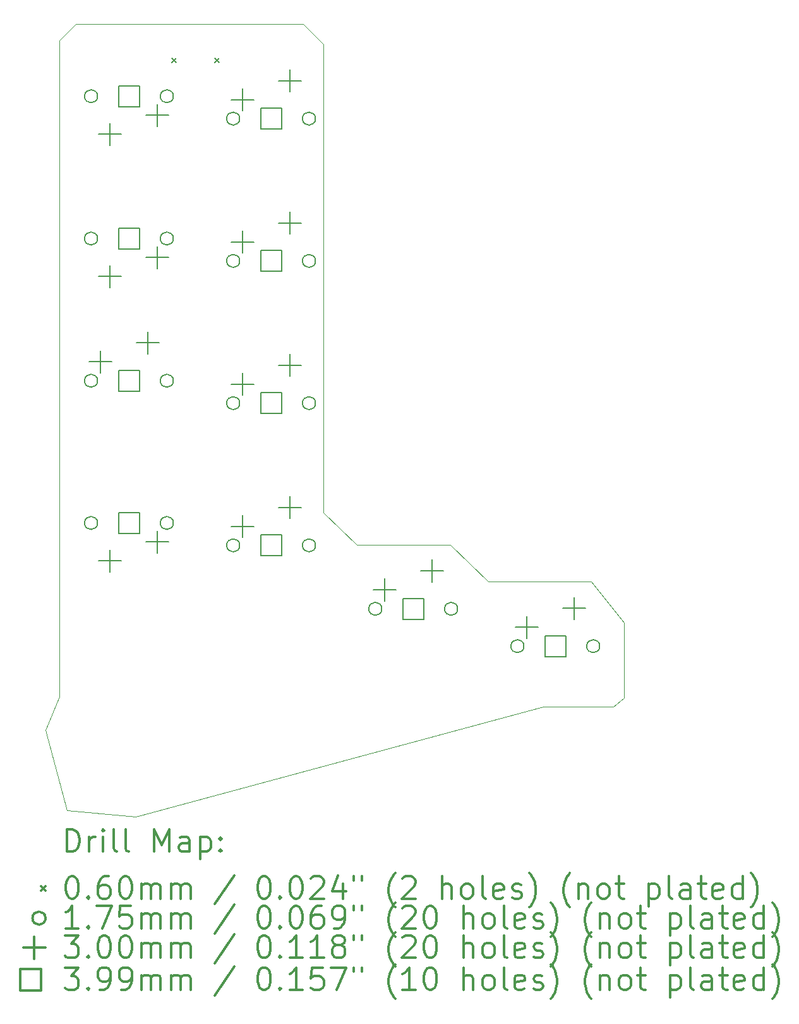
<source format=gbr>
%FSLAX45Y45*%
G04 Gerber Fmt 4.5, Leading zero omitted, Abs format (unit mm)*
G04 Created by KiCad (PCBNEW (5.1.4)-1) date 2023-02-10 21:18:45*
%MOMM*%
%LPD*%
G04 APERTURE LIST*
%ADD10C,0.050000*%
%ADD11C,0.200000*%
%ADD12C,0.300000*%
G04 APERTURE END LIST*
D10*
X19390000Y-43840000D02*
X19381203Y-43831032D01*
X20640000Y-43840000D02*
X19390000Y-43840000D01*
X20641203Y-43841032D02*
X20640000Y-43840000D01*
X21891203Y-46011032D02*
X16430391Y-47480918D01*
X22971202Y-44881032D02*
X22971202Y-45891032D01*
X21151203Y-44331032D02*
X22531202Y-44331032D01*
X20641203Y-43841032D02*
X21151203Y-44331032D01*
X18671203Y-36866032D02*
X15621203Y-36866032D01*
X22971202Y-44881032D02*
X22531202Y-44331032D01*
X18941203Y-39261032D02*
X18941203Y-43411032D01*
X21911203Y-46011032D02*
X22831202Y-46011032D01*
X19381203Y-43831032D02*
X18941203Y-43411032D01*
X21911203Y-46011032D02*
X21891203Y-46011032D01*
X22971202Y-45891032D02*
X22831202Y-46011032D01*
X15402190Y-37080639D02*
X15621203Y-36866032D01*
X15402324Y-39381494D02*
X15399750Y-43338677D01*
X15508251Y-47394663D02*
X16430391Y-47480918D01*
X15400249Y-45873435D02*
X15220438Y-46318483D01*
X15401485Y-45141609D02*
X15400903Y-45039647D01*
X15399750Y-43338677D02*
X15400903Y-45039647D01*
X15400249Y-45873435D02*
X15401485Y-45141609D01*
X18671203Y-36866032D02*
X18941203Y-37136032D01*
X15402324Y-37476494D02*
X15402324Y-37256494D01*
X18941203Y-39261032D02*
X18941203Y-37356032D01*
X15402324Y-37476494D02*
X15402324Y-39381494D01*
X18941203Y-37356032D02*
X18941203Y-37136032D01*
X15402324Y-37256494D02*
X15402190Y-37080639D01*
X15508251Y-47394663D02*
X15220438Y-46318483D01*
D11*
X16908500Y-37320000D02*
X16968500Y-37380000D01*
X16968500Y-37320000D02*
X16908500Y-37380000D01*
X17486500Y-37320000D02*
X17546500Y-37380000D01*
X17546500Y-37320000D02*
X17486500Y-37380000D01*
X15915702Y-43546032D02*
G75*
G03X15915702Y-43546032I-87500J0D01*
G01*
X16931703Y-43546032D02*
G75*
G03X16931703Y-43546032I-87500J0D01*
G01*
X17820703Y-38130000D02*
G75*
G03X17820703Y-38130000I-87500J0D01*
G01*
X18836703Y-38130000D02*
G75*
G03X18836703Y-38130000I-87500J0D01*
G01*
X21630703Y-45196032D02*
G75*
G03X21630703Y-45196032I-87500J0D01*
G01*
X22646702Y-45196032D02*
G75*
G03X22646702Y-45196032I-87500J0D01*
G01*
X19725703Y-44696032D02*
G75*
G03X19725703Y-44696032I-87500J0D01*
G01*
X20741703Y-44696032D02*
G75*
G03X20741703Y-44696032I-87500J0D01*
G01*
X17820703Y-43846032D02*
G75*
G03X17820703Y-43846032I-87500J0D01*
G01*
X18836703Y-43846032D02*
G75*
G03X18836703Y-43846032I-87500J0D01*
G01*
X17820703Y-41941032D02*
G75*
G03X17820703Y-41941032I-87500J0D01*
G01*
X18836703Y-41941032D02*
G75*
G03X18836703Y-41941032I-87500J0D01*
G01*
X15915703Y-37830000D02*
G75*
G03X15915703Y-37830000I-87500J0D01*
G01*
X16931703Y-37830000D02*
G75*
G03X16931703Y-37830000I-87500J0D01*
G01*
X15915703Y-39736032D02*
G75*
G03X15915703Y-39736032I-87500J0D01*
G01*
X16931703Y-39736032D02*
G75*
G03X16931703Y-39736032I-87500J0D01*
G01*
X15915702Y-41641032D02*
G75*
G03X15915702Y-41641032I-87500J0D01*
G01*
X16931703Y-41641032D02*
G75*
G03X16931703Y-41641032I-87500J0D01*
G01*
X17820703Y-40036032D02*
G75*
G03X17820703Y-40036032I-87500J0D01*
G01*
X18836703Y-40036032D02*
G75*
G03X18836703Y-40036032I-87500J0D01*
G01*
X17860203Y-37726000D02*
X17860203Y-38026000D01*
X17710203Y-37876000D02*
X18010203Y-37876000D01*
X18495203Y-37472000D02*
X18495203Y-37772000D01*
X18345203Y-37622000D02*
X18645203Y-37622000D01*
X21670203Y-44792032D02*
X21670203Y-45092032D01*
X21520203Y-44942032D02*
X21820203Y-44942032D01*
X22305203Y-44538032D02*
X22305203Y-44838032D01*
X22155203Y-44688032D02*
X22455202Y-44688032D01*
X19765203Y-44292032D02*
X19765203Y-44592032D01*
X19615203Y-44442032D02*
X19915203Y-44442032D01*
X20400203Y-44038032D02*
X20400203Y-44338032D01*
X20250203Y-44188032D02*
X20550203Y-44188032D01*
X17860203Y-43442032D02*
X17860203Y-43742032D01*
X17710203Y-43592032D02*
X18010203Y-43592032D01*
X18495203Y-43188032D02*
X18495203Y-43488032D01*
X18345203Y-43338032D02*
X18645203Y-43338032D01*
X17860203Y-41537032D02*
X17860203Y-41837032D01*
X17710203Y-41687032D02*
X18010203Y-41687032D01*
X18495203Y-41283032D02*
X18495203Y-41583032D01*
X18345203Y-41433032D02*
X18645203Y-41433032D01*
X16082203Y-38188000D02*
X16082203Y-38488000D01*
X15932203Y-38338000D02*
X16232203Y-38338000D01*
X16717203Y-37934000D02*
X16717203Y-38234000D01*
X16567203Y-38084000D02*
X16867203Y-38084000D01*
X16082203Y-40094032D02*
X16082203Y-40394032D01*
X15932203Y-40244032D02*
X16232203Y-40244032D01*
X16717203Y-39840032D02*
X16717203Y-40140032D01*
X16567203Y-39990032D02*
X16867203Y-39990032D01*
X15955202Y-41237032D02*
X15955202Y-41537032D01*
X15805202Y-41387032D02*
X16105202Y-41387032D01*
X16590202Y-40983032D02*
X16590202Y-41283032D01*
X16440202Y-41133032D02*
X16740202Y-41133032D01*
X17860203Y-39632032D02*
X17860203Y-39932032D01*
X17710203Y-39782032D02*
X18010203Y-39782032D01*
X18495203Y-39378032D02*
X18495203Y-39678032D01*
X18345203Y-39528032D02*
X18645203Y-39528032D01*
X16082202Y-43904032D02*
X16082202Y-44204032D01*
X15932202Y-44054032D02*
X16232202Y-44054032D01*
X16717202Y-43650032D02*
X16717202Y-43950032D01*
X16567202Y-43800032D02*
X16867203Y-43800032D01*
X16477194Y-43687024D02*
X16477194Y-43405041D01*
X16195211Y-43405041D01*
X16195211Y-43687024D01*
X16477194Y-43687024D01*
X18382194Y-38270991D02*
X18382194Y-37989009D01*
X18100211Y-37989009D01*
X18100211Y-38270991D01*
X18382194Y-38270991D01*
X22192194Y-45337024D02*
X22192194Y-45055041D01*
X21910211Y-45055041D01*
X21910211Y-45337024D01*
X22192194Y-45337024D01*
X20287194Y-44837024D02*
X20287194Y-44555041D01*
X20005211Y-44555041D01*
X20005211Y-44837024D01*
X20287194Y-44837024D01*
X18382194Y-43987024D02*
X18382194Y-43705041D01*
X18100211Y-43705041D01*
X18100211Y-43987024D01*
X18382194Y-43987024D01*
X18382194Y-42082024D02*
X18382194Y-41800041D01*
X18100211Y-41800041D01*
X18100211Y-42082024D01*
X18382194Y-42082024D01*
X16477194Y-37970991D02*
X16477194Y-37689009D01*
X16195211Y-37689009D01*
X16195211Y-37970991D01*
X16477194Y-37970991D01*
X16477194Y-39877024D02*
X16477194Y-39595041D01*
X16195211Y-39595041D01*
X16195211Y-39877024D01*
X16477194Y-39877024D01*
X16477194Y-41782024D02*
X16477194Y-41500041D01*
X16195211Y-41500041D01*
X16195211Y-41782024D01*
X16477194Y-41782024D01*
X18382194Y-40177024D02*
X18382194Y-39895041D01*
X18100211Y-39895041D01*
X18100211Y-40177024D01*
X18382194Y-40177024D01*
D12*
X15504366Y-47949133D02*
X15504366Y-47649133D01*
X15575795Y-47649133D01*
X15618652Y-47663419D01*
X15647223Y-47691990D01*
X15661509Y-47720561D01*
X15675795Y-47777704D01*
X15675795Y-47820561D01*
X15661509Y-47877704D01*
X15647223Y-47906276D01*
X15618652Y-47934847D01*
X15575795Y-47949133D01*
X15504366Y-47949133D01*
X15804366Y-47949133D02*
X15804366Y-47749133D01*
X15804366Y-47806276D02*
X15818652Y-47777704D01*
X15832938Y-47763419D01*
X15861509Y-47749133D01*
X15890080Y-47749133D01*
X15990080Y-47949133D02*
X15990080Y-47749133D01*
X15990080Y-47649133D02*
X15975795Y-47663419D01*
X15990080Y-47677704D01*
X16004366Y-47663419D01*
X15990080Y-47649133D01*
X15990080Y-47677704D01*
X16175795Y-47949133D02*
X16147223Y-47934847D01*
X16132938Y-47906276D01*
X16132938Y-47649133D01*
X16332938Y-47949133D02*
X16304366Y-47934847D01*
X16290080Y-47906276D01*
X16290080Y-47649133D01*
X16675795Y-47949133D02*
X16675795Y-47649133D01*
X16775795Y-47863419D01*
X16875795Y-47649133D01*
X16875795Y-47949133D01*
X17147223Y-47949133D02*
X17147223Y-47791990D01*
X17132938Y-47763419D01*
X17104366Y-47749133D01*
X17047223Y-47749133D01*
X17018652Y-47763419D01*
X17147223Y-47934847D02*
X17118652Y-47949133D01*
X17047223Y-47949133D01*
X17018652Y-47934847D01*
X17004366Y-47906276D01*
X17004366Y-47877704D01*
X17018652Y-47849133D01*
X17047223Y-47834847D01*
X17118652Y-47834847D01*
X17147223Y-47820561D01*
X17290081Y-47749133D02*
X17290081Y-48049133D01*
X17290081Y-47763419D02*
X17318652Y-47749133D01*
X17375795Y-47749133D01*
X17404366Y-47763419D01*
X17418652Y-47777704D01*
X17432938Y-47806276D01*
X17432938Y-47891990D01*
X17418652Y-47920561D01*
X17404366Y-47934847D01*
X17375795Y-47949133D01*
X17318652Y-47949133D01*
X17290081Y-47934847D01*
X17561509Y-47920561D02*
X17575795Y-47934847D01*
X17561509Y-47949133D01*
X17547223Y-47934847D01*
X17561509Y-47920561D01*
X17561509Y-47949133D01*
X17561509Y-47763419D02*
X17575795Y-47777704D01*
X17561509Y-47791990D01*
X17547223Y-47777704D01*
X17561509Y-47763419D01*
X17561509Y-47791990D01*
X15157938Y-48413419D02*
X15217938Y-48473419D01*
X15217938Y-48413419D02*
X15157938Y-48473419D01*
X15561509Y-48279133D02*
X15590080Y-48279133D01*
X15618652Y-48293419D01*
X15632938Y-48307704D01*
X15647223Y-48336276D01*
X15661509Y-48393419D01*
X15661509Y-48464847D01*
X15647223Y-48521990D01*
X15632938Y-48550561D01*
X15618652Y-48564847D01*
X15590080Y-48579133D01*
X15561509Y-48579133D01*
X15532938Y-48564847D01*
X15518652Y-48550561D01*
X15504366Y-48521990D01*
X15490080Y-48464847D01*
X15490080Y-48393419D01*
X15504366Y-48336276D01*
X15518652Y-48307704D01*
X15532938Y-48293419D01*
X15561509Y-48279133D01*
X15790080Y-48550561D02*
X15804366Y-48564847D01*
X15790080Y-48579133D01*
X15775795Y-48564847D01*
X15790080Y-48550561D01*
X15790080Y-48579133D01*
X16061509Y-48279133D02*
X16004366Y-48279133D01*
X15975795Y-48293419D01*
X15961509Y-48307704D01*
X15932938Y-48350561D01*
X15918652Y-48407704D01*
X15918652Y-48521990D01*
X15932938Y-48550561D01*
X15947223Y-48564847D01*
X15975795Y-48579133D01*
X16032938Y-48579133D01*
X16061509Y-48564847D01*
X16075795Y-48550561D01*
X16090080Y-48521990D01*
X16090080Y-48450561D01*
X16075795Y-48421990D01*
X16061509Y-48407704D01*
X16032938Y-48393419D01*
X15975795Y-48393419D01*
X15947223Y-48407704D01*
X15932938Y-48421990D01*
X15918652Y-48450561D01*
X16275795Y-48279133D02*
X16304366Y-48279133D01*
X16332938Y-48293419D01*
X16347223Y-48307704D01*
X16361509Y-48336276D01*
X16375795Y-48393419D01*
X16375795Y-48464847D01*
X16361509Y-48521990D01*
X16347223Y-48550561D01*
X16332938Y-48564847D01*
X16304366Y-48579133D01*
X16275795Y-48579133D01*
X16247223Y-48564847D01*
X16232938Y-48550561D01*
X16218652Y-48521990D01*
X16204366Y-48464847D01*
X16204366Y-48393419D01*
X16218652Y-48336276D01*
X16232938Y-48307704D01*
X16247223Y-48293419D01*
X16275795Y-48279133D01*
X16504366Y-48579133D02*
X16504366Y-48379133D01*
X16504366Y-48407704D02*
X16518652Y-48393419D01*
X16547223Y-48379133D01*
X16590080Y-48379133D01*
X16618652Y-48393419D01*
X16632938Y-48421990D01*
X16632938Y-48579133D01*
X16632938Y-48421990D02*
X16647223Y-48393419D01*
X16675795Y-48379133D01*
X16718652Y-48379133D01*
X16747223Y-48393419D01*
X16761509Y-48421990D01*
X16761509Y-48579133D01*
X16904366Y-48579133D02*
X16904366Y-48379133D01*
X16904366Y-48407704D02*
X16918652Y-48393419D01*
X16947223Y-48379133D01*
X16990081Y-48379133D01*
X17018652Y-48393419D01*
X17032938Y-48421990D01*
X17032938Y-48579133D01*
X17032938Y-48421990D02*
X17047223Y-48393419D01*
X17075795Y-48379133D01*
X17118652Y-48379133D01*
X17147223Y-48393419D01*
X17161509Y-48421990D01*
X17161509Y-48579133D01*
X17747223Y-48264847D02*
X17490081Y-48650561D01*
X18132938Y-48279133D02*
X18161509Y-48279133D01*
X18190081Y-48293419D01*
X18204366Y-48307704D01*
X18218652Y-48336276D01*
X18232938Y-48393419D01*
X18232938Y-48464847D01*
X18218652Y-48521990D01*
X18204366Y-48550561D01*
X18190081Y-48564847D01*
X18161509Y-48579133D01*
X18132938Y-48579133D01*
X18104366Y-48564847D01*
X18090081Y-48550561D01*
X18075795Y-48521990D01*
X18061509Y-48464847D01*
X18061509Y-48393419D01*
X18075795Y-48336276D01*
X18090081Y-48307704D01*
X18104366Y-48293419D01*
X18132938Y-48279133D01*
X18361509Y-48550561D02*
X18375795Y-48564847D01*
X18361509Y-48579133D01*
X18347223Y-48564847D01*
X18361509Y-48550561D01*
X18361509Y-48579133D01*
X18561509Y-48279133D02*
X18590081Y-48279133D01*
X18618652Y-48293419D01*
X18632938Y-48307704D01*
X18647223Y-48336276D01*
X18661509Y-48393419D01*
X18661509Y-48464847D01*
X18647223Y-48521990D01*
X18632938Y-48550561D01*
X18618652Y-48564847D01*
X18590081Y-48579133D01*
X18561509Y-48579133D01*
X18532938Y-48564847D01*
X18518652Y-48550561D01*
X18504366Y-48521990D01*
X18490081Y-48464847D01*
X18490081Y-48393419D01*
X18504366Y-48336276D01*
X18518652Y-48307704D01*
X18532938Y-48293419D01*
X18561509Y-48279133D01*
X18775795Y-48307704D02*
X18790081Y-48293419D01*
X18818652Y-48279133D01*
X18890081Y-48279133D01*
X18918652Y-48293419D01*
X18932938Y-48307704D01*
X18947223Y-48336276D01*
X18947223Y-48364847D01*
X18932938Y-48407704D01*
X18761509Y-48579133D01*
X18947223Y-48579133D01*
X19204366Y-48379133D02*
X19204366Y-48579133D01*
X19132938Y-48264847D02*
X19061509Y-48479133D01*
X19247223Y-48479133D01*
X19347223Y-48279133D02*
X19347223Y-48336276D01*
X19461509Y-48279133D02*
X19461509Y-48336276D01*
X19904366Y-48693419D02*
X19890081Y-48679133D01*
X19861509Y-48636276D01*
X19847223Y-48607704D01*
X19832938Y-48564847D01*
X19818652Y-48493419D01*
X19818652Y-48436276D01*
X19832938Y-48364847D01*
X19847223Y-48321990D01*
X19861509Y-48293419D01*
X19890081Y-48250561D01*
X19904366Y-48236276D01*
X20004366Y-48307704D02*
X20018652Y-48293419D01*
X20047223Y-48279133D01*
X20118652Y-48279133D01*
X20147223Y-48293419D01*
X20161509Y-48307704D01*
X20175795Y-48336276D01*
X20175795Y-48364847D01*
X20161509Y-48407704D01*
X19990081Y-48579133D01*
X20175795Y-48579133D01*
X20532938Y-48579133D02*
X20532938Y-48279133D01*
X20661509Y-48579133D02*
X20661509Y-48421990D01*
X20647223Y-48393419D01*
X20618652Y-48379133D01*
X20575795Y-48379133D01*
X20547223Y-48393419D01*
X20532938Y-48407704D01*
X20847223Y-48579133D02*
X20818652Y-48564847D01*
X20804366Y-48550561D01*
X20790081Y-48521990D01*
X20790081Y-48436276D01*
X20804366Y-48407704D01*
X20818652Y-48393419D01*
X20847223Y-48379133D01*
X20890081Y-48379133D01*
X20918652Y-48393419D01*
X20932938Y-48407704D01*
X20947223Y-48436276D01*
X20947223Y-48521990D01*
X20932938Y-48550561D01*
X20918652Y-48564847D01*
X20890081Y-48579133D01*
X20847223Y-48579133D01*
X21118652Y-48579133D02*
X21090081Y-48564847D01*
X21075795Y-48536276D01*
X21075795Y-48279133D01*
X21347223Y-48564847D02*
X21318652Y-48579133D01*
X21261509Y-48579133D01*
X21232938Y-48564847D01*
X21218652Y-48536276D01*
X21218652Y-48421990D01*
X21232938Y-48393419D01*
X21261509Y-48379133D01*
X21318652Y-48379133D01*
X21347223Y-48393419D01*
X21361509Y-48421990D01*
X21361509Y-48450561D01*
X21218652Y-48479133D01*
X21475795Y-48564847D02*
X21504366Y-48579133D01*
X21561509Y-48579133D01*
X21590081Y-48564847D01*
X21604366Y-48536276D01*
X21604366Y-48521990D01*
X21590081Y-48493419D01*
X21561509Y-48479133D01*
X21518652Y-48479133D01*
X21490081Y-48464847D01*
X21475795Y-48436276D01*
X21475795Y-48421990D01*
X21490081Y-48393419D01*
X21518652Y-48379133D01*
X21561509Y-48379133D01*
X21590081Y-48393419D01*
X21704366Y-48693419D02*
X21718652Y-48679133D01*
X21747223Y-48636276D01*
X21761509Y-48607704D01*
X21775795Y-48564847D01*
X21790081Y-48493419D01*
X21790081Y-48436276D01*
X21775795Y-48364847D01*
X21761509Y-48321990D01*
X21747223Y-48293419D01*
X21718652Y-48250561D01*
X21704366Y-48236276D01*
X22247223Y-48693419D02*
X22232938Y-48679133D01*
X22204366Y-48636276D01*
X22190081Y-48607704D01*
X22175795Y-48564847D01*
X22161509Y-48493419D01*
X22161509Y-48436276D01*
X22175795Y-48364847D01*
X22190081Y-48321990D01*
X22204366Y-48293419D01*
X22232938Y-48250561D01*
X22247223Y-48236276D01*
X22361509Y-48379133D02*
X22361509Y-48579133D01*
X22361509Y-48407704D02*
X22375795Y-48393419D01*
X22404366Y-48379133D01*
X22447223Y-48379133D01*
X22475795Y-48393419D01*
X22490080Y-48421990D01*
X22490080Y-48579133D01*
X22675795Y-48579133D02*
X22647223Y-48564847D01*
X22632938Y-48550561D01*
X22618652Y-48521990D01*
X22618652Y-48436276D01*
X22632938Y-48407704D01*
X22647223Y-48393419D01*
X22675795Y-48379133D01*
X22718652Y-48379133D01*
X22747223Y-48393419D01*
X22761509Y-48407704D01*
X22775795Y-48436276D01*
X22775795Y-48521990D01*
X22761509Y-48550561D01*
X22747223Y-48564847D01*
X22718652Y-48579133D01*
X22675795Y-48579133D01*
X22861509Y-48379133D02*
X22975795Y-48379133D01*
X22904366Y-48279133D02*
X22904366Y-48536276D01*
X22918652Y-48564847D01*
X22947223Y-48579133D01*
X22975795Y-48579133D01*
X23304366Y-48379133D02*
X23304366Y-48679133D01*
X23304366Y-48393419D02*
X23332938Y-48379133D01*
X23390080Y-48379133D01*
X23418652Y-48393419D01*
X23432938Y-48407704D01*
X23447223Y-48436276D01*
X23447223Y-48521990D01*
X23432938Y-48550561D01*
X23418652Y-48564847D01*
X23390080Y-48579133D01*
X23332938Y-48579133D01*
X23304366Y-48564847D01*
X23618652Y-48579133D02*
X23590080Y-48564847D01*
X23575795Y-48536276D01*
X23575795Y-48279133D01*
X23861509Y-48579133D02*
X23861509Y-48421990D01*
X23847223Y-48393419D01*
X23818652Y-48379133D01*
X23761509Y-48379133D01*
X23732938Y-48393419D01*
X23861509Y-48564847D02*
X23832938Y-48579133D01*
X23761509Y-48579133D01*
X23732938Y-48564847D01*
X23718652Y-48536276D01*
X23718652Y-48507704D01*
X23732938Y-48479133D01*
X23761509Y-48464847D01*
X23832938Y-48464847D01*
X23861509Y-48450561D01*
X23961509Y-48379133D02*
X24075795Y-48379133D01*
X24004366Y-48279133D02*
X24004366Y-48536276D01*
X24018652Y-48564847D01*
X24047223Y-48579133D01*
X24075795Y-48579133D01*
X24290080Y-48564847D02*
X24261509Y-48579133D01*
X24204366Y-48579133D01*
X24175795Y-48564847D01*
X24161509Y-48536276D01*
X24161509Y-48421990D01*
X24175795Y-48393419D01*
X24204366Y-48379133D01*
X24261509Y-48379133D01*
X24290080Y-48393419D01*
X24304366Y-48421990D01*
X24304366Y-48450561D01*
X24161509Y-48479133D01*
X24561509Y-48579133D02*
X24561509Y-48279133D01*
X24561509Y-48564847D02*
X24532938Y-48579133D01*
X24475795Y-48579133D01*
X24447223Y-48564847D01*
X24432938Y-48550561D01*
X24418652Y-48521990D01*
X24418652Y-48436276D01*
X24432938Y-48407704D01*
X24447223Y-48393419D01*
X24475795Y-48379133D01*
X24532938Y-48379133D01*
X24561509Y-48393419D01*
X24675795Y-48693419D02*
X24690080Y-48679133D01*
X24718652Y-48636276D01*
X24732938Y-48607704D01*
X24747223Y-48564847D01*
X24761509Y-48493419D01*
X24761509Y-48436276D01*
X24747223Y-48364847D01*
X24732938Y-48321990D01*
X24718652Y-48293419D01*
X24690080Y-48250561D01*
X24675795Y-48236276D01*
X15217938Y-48839419D02*
G75*
G03X15217938Y-48839419I-87500J0D01*
G01*
X15661509Y-48975133D02*
X15490080Y-48975133D01*
X15575795Y-48975133D02*
X15575795Y-48675133D01*
X15547223Y-48717990D01*
X15518652Y-48746561D01*
X15490080Y-48760847D01*
X15790080Y-48946561D02*
X15804366Y-48960847D01*
X15790080Y-48975133D01*
X15775795Y-48960847D01*
X15790080Y-48946561D01*
X15790080Y-48975133D01*
X15904366Y-48675133D02*
X16104366Y-48675133D01*
X15975795Y-48975133D01*
X16361509Y-48675133D02*
X16218652Y-48675133D01*
X16204366Y-48817990D01*
X16218652Y-48803704D01*
X16247223Y-48789419D01*
X16318652Y-48789419D01*
X16347223Y-48803704D01*
X16361509Y-48817990D01*
X16375795Y-48846561D01*
X16375795Y-48917990D01*
X16361509Y-48946561D01*
X16347223Y-48960847D01*
X16318652Y-48975133D01*
X16247223Y-48975133D01*
X16218652Y-48960847D01*
X16204366Y-48946561D01*
X16504366Y-48975133D02*
X16504366Y-48775133D01*
X16504366Y-48803704D02*
X16518652Y-48789419D01*
X16547223Y-48775133D01*
X16590080Y-48775133D01*
X16618652Y-48789419D01*
X16632938Y-48817990D01*
X16632938Y-48975133D01*
X16632938Y-48817990D02*
X16647223Y-48789419D01*
X16675795Y-48775133D01*
X16718652Y-48775133D01*
X16747223Y-48789419D01*
X16761509Y-48817990D01*
X16761509Y-48975133D01*
X16904366Y-48975133D02*
X16904366Y-48775133D01*
X16904366Y-48803704D02*
X16918652Y-48789419D01*
X16947223Y-48775133D01*
X16990081Y-48775133D01*
X17018652Y-48789419D01*
X17032938Y-48817990D01*
X17032938Y-48975133D01*
X17032938Y-48817990D02*
X17047223Y-48789419D01*
X17075795Y-48775133D01*
X17118652Y-48775133D01*
X17147223Y-48789419D01*
X17161509Y-48817990D01*
X17161509Y-48975133D01*
X17747223Y-48660847D02*
X17490081Y-49046561D01*
X18132938Y-48675133D02*
X18161509Y-48675133D01*
X18190081Y-48689419D01*
X18204366Y-48703704D01*
X18218652Y-48732276D01*
X18232938Y-48789419D01*
X18232938Y-48860847D01*
X18218652Y-48917990D01*
X18204366Y-48946561D01*
X18190081Y-48960847D01*
X18161509Y-48975133D01*
X18132938Y-48975133D01*
X18104366Y-48960847D01*
X18090081Y-48946561D01*
X18075795Y-48917990D01*
X18061509Y-48860847D01*
X18061509Y-48789419D01*
X18075795Y-48732276D01*
X18090081Y-48703704D01*
X18104366Y-48689419D01*
X18132938Y-48675133D01*
X18361509Y-48946561D02*
X18375795Y-48960847D01*
X18361509Y-48975133D01*
X18347223Y-48960847D01*
X18361509Y-48946561D01*
X18361509Y-48975133D01*
X18561509Y-48675133D02*
X18590081Y-48675133D01*
X18618652Y-48689419D01*
X18632938Y-48703704D01*
X18647223Y-48732276D01*
X18661509Y-48789419D01*
X18661509Y-48860847D01*
X18647223Y-48917990D01*
X18632938Y-48946561D01*
X18618652Y-48960847D01*
X18590081Y-48975133D01*
X18561509Y-48975133D01*
X18532938Y-48960847D01*
X18518652Y-48946561D01*
X18504366Y-48917990D01*
X18490081Y-48860847D01*
X18490081Y-48789419D01*
X18504366Y-48732276D01*
X18518652Y-48703704D01*
X18532938Y-48689419D01*
X18561509Y-48675133D01*
X18918652Y-48675133D02*
X18861509Y-48675133D01*
X18832938Y-48689419D01*
X18818652Y-48703704D01*
X18790081Y-48746561D01*
X18775795Y-48803704D01*
X18775795Y-48917990D01*
X18790081Y-48946561D01*
X18804366Y-48960847D01*
X18832938Y-48975133D01*
X18890081Y-48975133D01*
X18918652Y-48960847D01*
X18932938Y-48946561D01*
X18947223Y-48917990D01*
X18947223Y-48846561D01*
X18932938Y-48817990D01*
X18918652Y-48803704D01*
X18890081Y-48789419D01*
X18832938Y-48789419D01*
X18804366Y-48803704D01*
X18790081Y-48817990D01*
X18775795Y-48846561D01*
X19090081Y-48975133D02*
X19147223Y-48975133D01*
X19175795Y-48960847D01*
X19190081Y-48946561D01*
X19218652Y-48903704D01*
X19232938Y-48846561D01*
X19232938Y-48732276D01*
X19218652Y-48703704D01*
X19204366Y-48689419D01*
X19175795Y-48675133D01*
X19118652Y-48675133D01*
X19090081Y-48689419D01*
X19075795Y-48703704D01*
X19061509Y-48732276D01*
X19061509Y-48803704D01*
X19075795Y-48832276D01*
X19090081Y-48846561D01*
X19118652Y-48860847D01*
X19175795Y-48860847D01*
X19204366Y-48846561D01*
X19218652Y-48832276D01*
X19232938Y-48803704D01*
X19347223Y-48675133D02*
X19347223Y-48732276D01*
X19461509Y-48675133D02*
X19461509Y-48732276D01*
X19904366Y-49089419D02*
X19890081Y-49075133D01*
X19861509Y-49032276D01*
X19847223Y-49003704D01*
X19832938Y-48960847D01*
X19818652Y-48889419D01*
X19818652Y-48832276D01*
X19832938Y-48760847D01*
X19847223Y-48717990D01*
X19861509Y-48689419D01*
X19890081Y-48646561D01*
X19904366Y-48632276D01*
X20004366Y-48703704D02*
X20018652Y-48689419D01*
X20047223Y-48675133D01*
X20118652Y-48675133D01*
X20147223Y-48689419D01*
X20161509Y-48703704D01*
X20175795Y-48732276D01*
X20175795Y-48760847D01*
X20161509Y-48803704D01*
X19990081Y-48975133D01*
X20175795Y-48975133D01*
X20361509Y-48675133D02*
X20390081Y-48675133D01*
X20418652Y-48689419D01*
X20432938Y-48703704D01*
X20447223Y-48732276D01*
X20461509Y-48789419D01*
X20461509Y-48860847D01*
X20447223Y-48917990D01*
X20432938Y-48946561D01*
X20418652Y-48960847D01*
X20390081Y-48975133D01*
X20361509Y-48975133D01*
X20332938Y-48960847D01*
X20318652Y-48946561D01*
X20304366Y-48917990D01*
X20290081Y-48860847D01*
X20290081Y-48789419D01*
X20304366Y-48732276D01*
X20318652Y-48703704D01*
X20332938Y-48689419D01*
X20361509Y-48675133D01*
X20818652Y-48975133D02*
X20818652Y-48675133D01*
X20947223Y-48975133D02*
X20947223Y-48817990D01*
X20932938Y-48789419D01*
X20904366Y-48775133D01*
X20861509Y-48775133D01*
X20832938Y-48789419D01*
X20818652Y-48803704D01*
X21132938Y-48975133D02*
X21104366Y-48960847D01*
X21090081Y-48946561D01*
X21075795Y-48917990D01*
X21075795Y-48832276D01*
X21090081Y-48803704D01*
X21104366Y-48789419D01*
X21132938Y-48775133D01*
X21175795Y-48775133D01*
X21204366Y-48789419D01*
X21218652Y-48803704D01*
X21232938Y-48832276D01*
X21232938Y-48917990D01*
X21218652Y-48946561D01*
X21204366Y-48960847D01*
X21175795Y-48975133D01*
X21132938Y-48975133D01*
X21404366Y-48975133D02*
X21375795Y-48960847D01*
X21361509Y-48932276D01*
X21361509Y-48675133D01*
X21632938Y-48960847D02*
X21604366Y-48975133D01*
X21547223Y-48975133D01*
X21518652Y-48960847D01*
X21504366Y-48932276D01*
X21504366Y-48817990D01*
X21518652Y-48789419D01*
X21547223Y-48775133D01*
X21604366Y-48775133D01*
X21632938Y-48789419D01*
X21647223Y-48817990D01*
X21647223Y-48846561D01*
X21504366Y-48875133D01*
X21761509Y-48960847D02*
X21790081Y-48975133D01*
X21847223Y-48975133D01*
X21875795Y-48960847D01*
X21890081Y-48932276D01*
X21890081Y-48917990D01*
X21875795Y-48889419D01*
X21847223Y-48875133D01*
X21804366Y-48875133D01*
X21775795Y-48860847D01*
X21761509Y-48832276D01*
X21761509Y-48817990D01*
X21775795Y-48789419D01*
X21804366Y-48775133D01*
X21847223Y-48775133D01*
X21875795Y-48789419D01*
X21990081Y-49089419D02*
X22004366Y-49075133D01*
X22032938Y-49032276D01*
X22047223Y-49003704D01*
X22061509Y-48960847D01*
X22075795Y-48889419D01*
X22075795Y-48832276D01*
X22061509Y-48760847D01*
X22047223Y-48717990D01*
X22032938Y-48689419D01*
X22004366Y-48646561D01*
X21990081Y-48632276D01*
X22532938Y-49089419D02*
X22518652Y-49075133D01*
X22490080Y-49032276D01*
X22475795Y-49003704D01*
X22461509Y-48960847D01*
X22447223Y-48889419D01*
X22447223Y-48832276D01*
X22461509Y-48760847D01*
X22475795Y-48717990D01*
X22490080Y-48689419D01*
X22518652Y-48646561D01*
X22532938Y-48632276D01*
X22647223Y-48775133D02*
X22647223Y-48975133D01*
X22647223Y-48803704D02*
X22661509Y-48789419D01*
X22690080Y-48775133D01*
X22732938Y-48775133D01*
X22761509Y-48789419D01*
X22775795Y-48817990D01*
X22775795Y-48975133D01*
X22961509Y-48975133D02*
X22932938Y-48960847D01*
X22918652Y-48946561D01*
X22904366Y-48917990D01*
X22904366Y-48832276D01*
X22918652Y-48803704D01*
X22932938Y-48789419D01*
X22961509Y-48775133D01*
X23004366Y-48775133D01*
X23032938Y-48789419D01*
X23047223Y-48803704D01*
X23061509Y-48832276D01*
X23061509Y-48917990D01*
X23047223Y-48946561D01*
X23032938Y-48960847D01*
X23004366Y-48975133D01*
X22961509Y-48975133D01*
X23147223Y-48775133D02*
X23261509Y-48775133D01*
X23190080Y-48675133D02*
X23190080Y-48932276D01*
X23204366Y-48960847D01*
X23232938Y-48975133D01*
X23261509Y-48975133D01*
X23590080Y-48775133D02*
X23590080Y-49075133D01*
X23590080Y-48789419D02*
X23618652Y-48775133D01*
X23675795Y-48775133D01*
X23704366Y-48789419D01*
X23718652Y-48803704D01*
X23732938Y-48832276D01*
X23732938Y-48917990D01*
X23718652Y-48946561D01*
X23704366Y-48960847D01*
X23675795Y-48975133D01*
X23618652Y-48975133D01*
X23590080Y-48960847D01*
X23904366Y-48975133D02*
X23875795Y-48960847D01*
X23861509Y-48932276D01*
X23861509Y-48675133D01*
X24147223Y-48975133D02*
X24147223Y-48817990D01*
X24132938Y-48789419D01*
X24104366Y-48775133D01*
X24047223Y-48775133D01*
X24018652Y-48789419D01*
X24147223Y-48960847D02*
X24118652Y-48975133D01*
X24047223Y-48975133D01*
X24018652Y-48960847D01*
X24004366Y-48932276D01*
X24004366Y-48903704D01*
X24018652Y-48875133D01*
X24047223Y-48860847D01*
X24118652Y-48860847D01*
X24147223Y-48846561D01*
X24247223Y-48775133D02*
X24361509Y-48775133D01*
X24290080Y-48675133D02*
X24290080Y-48932276D01*
X24304366Y-48960847D01*
X24332938Y-48975133D01*
X24361509Y-48975133D01*
X24575795Y-48960847D02*
X24547223Y-48975133D01*
X24490080Y-48975133D01*
X24461509Y-48960847D01*
X24447223Y-48932276D01*
X24447223Y-48817990D01*
X24461509Y-48789419D01*
X24490080Y-48775133D01*
X24547223Y-48775133D01*
X24575795Y-48789419D01*
X24590080Y-48817990D01*
X24590080Y-48846561D01*
X24447223Y-48875133D01*
X24847223Y-48975133D02*
X24847223Y-48675133D01*
X24847223Y-48960847D02*
X24818652Y-48975133D01*
X24761509Y-48975133D01*
X24732938Y-48960847D01*
X24718652Y-48946561D01*
X24704366Y-48917990D01*
X24704366Y-48832276D01*
X24718652Y-48803704D01*
X24732938Y-48789419D01*
X24761509Y-48775133D01*
X24818652Y-48775133D01*
X24847223Y-48789419D01*
X24961509Y-49089419D02*
X24975795Y-49075133D01*
X25004366Y-49032276D01*
X25018652Y-49003704D01*
X25032938Y-48960847D01*
X25047223Y-48889419D01*
X25047223Y-48832276D01*
X25032938Y-48760847D01*
X25018652Y-48717990D01*
X25004366Y-48689419D01*
X24975795Y-48646561D01*
X24961509Y-48632276D01*
X15067938Y-49085419D02*
X15067938Y-49385419D01*
X14917938Y-49235419D02*
X15217938Y-49235419D01*
X15475795Y-49071133D02*
X15661509Y-49071133D01*
X15561509Y-49185419D01*
X15604366Y-49185419D01*
X15632938Y-49199704D01*
X15647223Y-49213990D01*
X15661509Y-49242561D01*
X15661509Y-49313990D01*
X15647223Y-49342561D01*
X15632938Y-49356847D01*
X15604366Y-49371133D01*
X15518652Y-49371133D01*
X15490080Y-49356847D01*
X15475795Y-49342561D01*
X15790080Y-49342561D02*
X15804366Y-49356847D01*
X15790080Y-49371133D01*
X15775795Y-49356847D01*
X15790080Y-49342561D01*
X15790080Y-49371133D01*
X15990080Y-49071133D02*
X16018652Y-49071133D01*
X16047223Y-49085419D01*
X16061509Y-49099704D01*
X16075795Y-49128276D01*
X16090080Y-49185419D01*
X16090080Y-49256847D01*
X16075795Y-49313990D01*
X16061509Y-49342561D01*
X16047223Y-49356847D01*
X16018652Y-49371133D01*
X15990080Y-49371133D01*
X15961509Y-49356847D01*
X15947223Y-49342561D01*
X15932938Y-49313990D01*
X15918652Y-49256847D01*
X15918652Y-49185419D01*
X15932938Y-49128276D01*
X15947223Y-49099704D01*
X15961509Y-49085419D01*
X15990080Y-49071133D01*
X16275795Y-49071133D02*
X16304366Y-49071133D01*
X16332938Y-49085419D01*
X16347223Y-49099704D01*
X16361509Y-49128276D01*
X16375795Y-49185419D01*
X16375795Y-49256847D01*
X16361509Y-49313990D01*
X16347223Y-49342561D01*
X16332938Y-49356847D01*
X16304366Y-49371133D01*
X16275795Y-49371133D01*
X16247223Y-49356847D01*
X16232938Y-49342561D01*
X16218652Y-49313990D01*
X16204366Y-49256847D01*
X16204366Y-49185419D01*
X16218652Y-49128276D01*
X16232938Y-49099704D01*
X16247223Y-49085419D01*
X16275795Y-49071133D01*
X16504366Y-49371133D02*
X16504366Y-49171133D01*
X16504366Y-49199704D02*
X16518652Y-49185419D01*
X16547223Y-49171133D01*
X16590080Y-49171133D01*
X16618652Y-49185419D01*
X16632938Y-49213990D01*
X16632938Y-49371133D01*
X16632938Y-49213990D02*
X16647223Y-49185419D01*
X16675795Y-49171133D01*
X16718652Y-49171133D01*
X16747223Y-49185419D01*
X16761509Y-49213990D01*
X16761509Y-49371133D01*
X16904366Y-49371133D02*
X16904366Y-49171133D01*
X16904366Y-49199704D02*
X16918652Y-49185419D01*
X16947223Y-49171133D01*
X16990081Y-49171133D01*
X17018652Y-49185419D01*
X17032938Y-49213990D01*
X17032938Y-49371133D01*
X17032938Y-49213990D02*
X17047223Y-49185419D01*
X17075795Y-49171133D01*
X17118652Y-49171133D01*
X17147223Y-49185419D01*
X17161509Y-49213990D01*
X17161509Y-49371133D01*
X17747223Y-49056847D02*
X17490081Y-49442561D01*
X18132938Y-49071133D02*
X18161509Y-49071133D01*
X18190081Y-49085419D01*
X18204366Y-49099704D01*
X18218652Y-49128276D01*
X18232938Y-49185419D01*
X18232938Y-49256847D01*
X18218652Y-49313990D01*
X18204366Y-49342561D01*
X18190081Y-49356847D01*
X18161509Y-49371133D01*
X18132938Y-49371133D01*
X18104366Y-49356847D01*
X18090081Y-49342561D01*
X18075795Y-49313990D01*
X18061509Y-49256847D01*
X18061509Y-49185419D01*
X18075795Y-49128276D01*
X18090081Y-49099704D01*
X18104366Y-49085419D01*
X18132938Y-49071133D01*
X18361509Y-49342561D02*
X18375795Y-49356847D01*
X18361509Y-49371133D01*
X18347223Y-49356847D01*
X18361509Y-49342561D01*
X18361509Y-49371133D01*
X18661509Y-49371133D02*
X18490081Y-49371133D01*
X18575795Y-49371133D02*
X18575795Y-49071133D01*
X18547223Y-49113990D01*
X18518652Y-49142561D01*
X18490081Y-49156847D01*
X18947223Y-49371133D02*
X18775795Y-49371133D01*
X18861509Y-49371133D02*
X18861509Y-49071133D01*
X18832938Y-49113990D01*
X18804366Y-49142561D01*
X18775795Y-49156847D01*
X19118652Y-49199704D02*
X19090081Y-49185419D01*
X19075795Y-49171133D01*
X19061509Y-49142561D01*
X19061509Y-49128276D01*
X19075795Y-49099704D01*
X19090081Y-49085419D01*
X19118652Y-49071133D01*
X19175795Y-49071133D01*
X19204366Y-49085419D01*
X19218652Y-49099704D01*
X19232938Y-49128276D01*
X19232938Y-49142561D01*
X19218652Y-49171133D01*
X19204366Y-49185419D01*
X19175795Y-49199704D01*
X19118652Y-49199704D01*
X19090081Y-49213990D01*
X19075795Y-49228276D01*
X19061509Y-49256847D01*
X19061509Y-49313990D01*
X19075795Y-49342561D01*
X19090081Y-49356847D01*
X19118652Y-49371133D01*
X19175795Y-49371133D01*
X19204366Y-49356847D01*
X19218652Y-49342561D01*
X19232938Y-49313990D01*
X19232938Y-49256847D01*
X19218652Y-49228276D01*
X19204366Y-49213990D01*
X19175795Y-49199704D01*
X19347223Y-49071133D02*
X19347223Y-49128276D01*
X19461509Y-49071133D02*
X19461509Y-49128276D01*
X19904366Y-49485419D02*
X19890081Y-49471133D01*
X19861509Y-49428276D01*
X19847223Y-49399704D01*
X19832938Y-49356847D01*
X19818652Y-49285419D01*
X19818652Y-49228276D01*
X19832938Y-49156847D01*
X19847223Y-49113990D01*
X19861509Y-49085419D01*
X19890081Y-49042561D01*
X19904366Y-49028276D01*
X20004366Y-49099704D02*
X20018652Y-49085419D01*
X20047223Y-49071133D01*
X20118652Y-49071133D01*
X20147223Y-49085419D01*
X20161509Y-49099704D01*
X20175795Y-49128276D01*
X20175795Y-49156847D01*
X20161509Y-49199704D01*
X19990081Y-49371133D01*
X20175795Y-49371133D01*
X20361509Y-49071133D02*
X20390081Y-49071133D01*
X20418652Y-49085419D01*
X20432938Y-49099704D01*
X20447223Y-49128276D01*
X20461509Y-49185419D01*
X20461509Y-49256847D01*
X20447223Y-49313990D01*
X20432938Y-49342561D01*
X20418652Y-49356847D01*
X20390081Y-49371133D01*
X20361509Y-49371133D01*
X20332938Y-49356847D01*
X20318652Y-49342561D01*
X20304366Y-49313990D01*
X20290081Y-49256847D01*
X20290081Y-49185419D01*
X20304366Y-49128276D01*
X20318652Y-49099704D01*
X20332938Y-49085419D01*
X20361509Y-49071133D01*
X20818652Y-49371133D02*
X20818652Y-49071133D01*
X20947223Y-49371133D02*
X20947223Y-49213990D01*
X20932938Y-49185419D01*
X20904366Y-49171133D01*
X20861509Y-49171133D01*
X20832938Y-49185419D01*
X20818652Y-49199704D01*
X21132938Y-49371133D02*
X21104366Y-49356847D01*
X21090081Y-49342561D01*
X21075795Y-49313990D01*
X21075795Y-49228276D01*
X21090081Y-49199704D01*
X21104366Y-49185419D01*
X21132938Y-49171133D01*
X21175795Y-49171133D01*
X21204366Y-49185419D01*
X21218652Y-49199704D01*
X21232938Y-49228276D01*
X21232938Y-49313990D01*
X21218652Y-49342561D01*
X21204366Y-49356847D01*
X21175795Y-49371133D01*
X21132938Y-49371133D01*
X21404366Y-49371133D02*
X21375795Y-49356847D01*
X21361509Y-49328276D01*
X21361509Y-49071133D01*
X21632938Y-49356847D02*
X21604366Y-49371133D01*
X21547223Y-49371133D01*
X21518652Y-49356847D01*
X21504366Y-49328276D01*
X21504366Y-49213990D01*
X21518652Y-49185419D01*
X21547223Y-49171133D01*
X21604366Y-49171133D01*
X21632938Y-49185419D01*
X21647223Y-49213990D01*
X21647223Y-49242561D01*
X21504366Y-49271133D01*
X21761509Y-49356847D02*
X21790081Y-49371133D01*
X21847223Y-49371133D01*
X21875795Y-49356847D01*
X21890081Y-49328276D01*
X21890081Y-49313990D01*
X21875795Y-49285419D01*
X21847223Y-49271133D01*
X21804366Y-49271133D01*
X21775795Y-49256847D01*
X21761509Y-49228276D01*
X21761509Y-49213990D01*
X21775795Y-49185419D01*
X21804366Y-49171133D01*
X21847223Y-49171133D01*
X21875795Y-49185419D01*
X21990081Y-49485419D02*
X22004366Y-49471133D01*
X22032938Y-49428276D01*
X22047223Y-49399704D01*
X22061509Y-49356847D01*
X22075795Y-49285419D01*
X22075795Y-49228276D01*
X22061509Y-49156847D01*
X22047223Y-49113990D01*
X22032938Y-49085419D01*
X22004366Y-49042561D01*
X21990081Y-49028276D01*
X22532938Y-49485419D02*
X22518652Y-49471133D01*
X22490080Y-49428276D01*
X22475795Y-49399704D01*
X22461509Y-49356847D01*
X22447223Y-49285419D01*
X22447223Y-49228276D01*
X22461509Y-49156847D01*
X22475795Y-49113990D01*
X22490080Y-49085419D01*
X22518652Y-49042561D01*
X22532938Y-49028276D01*
X22647223Y-49171133D02*
X22647223Y-49371133D01*
X22647223Y-49199704D02*
X22661509Y-49185419D01*
X22690080Y-49171133D01*
X22732938Y-49171133D01*
X22761509Y-49185419D01*
X22775795Y-49213990D01*
X22775795Y-49371133D01*
X22961509Y-49371133D02*
X22932938Y-49356847D01*
X22918652Y-49342561D01*
X22904366Y-49313990D01*
X22904366Y-49228276D01*
X22918652Y-49199704D01*
X22932938Y-49185419D01*
X22961509Y-49171133D01*
X23004366Y-49171133D01*
X23032938Y-49185419D01*
X23047223Y-49199704D01*
X23061509Y-49228276D01*
X23061509Y-49313990D01*
X23047223Y-49342561D01*
X23032938Y-49356847D01*
X23004366Y-49371133D01*
X22961509Y-49371133D01*
X23147223Y-49171133D02*
X23261509Y-49171133D01*
X23190080Y-49071133D02*
X23190080Y-49328276D01*
X23204366Y-49356847D01*
X23232938Y-49371133D01*
X23261509Y-49371133D01*
X23590080Y-49171133D02*
X23590080Y-49471133D01*
X23590080Y-49185419D02*
X23618652Y-49171133D01*
X23675795Y-49171133D01*
X23704366Y-49185419D01*
X23718652Y-49199704D01*
X23732938Y-49228276D01*
X23732938Y-49313990D01*
X23718652Y-49342561D01*
X23704366Y-49356847D01*
X23675795Y-49371133D01*
X23618652Y-49371133D01*
X23590080Y-49356847D01*
X23904366Y-49371133D02*
X23875795Y-49356847D01*
X23861509Y-49328276D01*
X23861509Y-49071133D01*
X24147223Y-49371133D02*
X24147223Y-49213990D01*
X24132938Y-49185419D01*
X24104366Y-49171133D01*
X24047223Y-49171133D01*
X24018652Y-49185419D01*
X24147223Y-49356847D02*
X24118652Y-49371133D01*
X24047223Y-49371133D01*
X24018652Y-49356847D01*
X24004366Y-49328276D01*
X24004366Y-49299704D01*
X24018652Y-49271133D01*
X24047223Y-49256847D01*
X24118652Y-49256847D01*
X24147223Y-49242561D01*
X24247223Y-49171133D02*
X24361509Y-49171133D01*
X24290080Y-49071133D02*
X24290080Y-49328276D01*
X24304366Y-49356847D01*
X24332938Y-49371133D01*
X24361509Y-49371133D01*
X24575795Y-49356847D02*
X24547223Y-49371133D01*
X24490080Y-49371133D01*
X24461509Y-49356847D01*
X24447223Y-49328276D01*
X24447223Y-49213990D01*
X24461509Y-49185419D01*
X24490080Y-49171133D01*
X24547223Y-49171133D01*
X24575795Y-49185419D01*
X24590080Y-49213990D01*
X24590080Y-49242561D01*
X24447223Y-49271133D01*
X24847223Y-49371133D02*
X24847223Y-49071133D01*
X24847223Y-49356847D02*
X24818652Y-49371133D01*
X24761509Y-49371133D01*
X24732938Y-49356847D01*
X24718652Y-49342561D01*
X24704366Y-49313990D01*
X24704366Y-49228276D01*
X24718652Y-49199704D01*
X24732938Y-49185419D01*
X24761509Y-49171133D01*
X24818652Y-49171133D01*
X24847223Y-49185419D01*
X24961509Y-49485419D02*
X24975795Y-49471133D01*
X25004366Y-49428276D01*
X25018652Y-49399704D01*
X25032938Y-49356847D01*
X25047223Y-49285419D01*
X25047223Y-49228276D01*
X25032938Y-49156847D01*
X25018652Y-49113990D01*
X25004366Y-49085419D01*
X24975795Y-49042561D01*
X24961509Y-49028276D01*
X15159539Y-49806410D02*
X15159539Y-49524427D01*
X14877556Y-49524427D01*
X14877556Y-49806410D01*
X15159539Y-49806410D01*
X15475795Y-49501133D02*
X15661509Y-49501133D01*
X15561509Y-49615419D01*
X15604366Y-49615419D01*
X15632938Y-49629704D01*
X15647223Y-49643990D01*
X15661509Y-49672561D01*
X15661509Y-49743990D01*
X15647223Y-49772561D01*
X15632938Y-49786847D01*
X15604366Y-49801133D01*
X15518652Y-49801133D01*
X15490080Y-49786847D01*
X15475795Y-49772561D01*
X15790080Y-49772561D02*
X15804366Y-49786847D01*
X15790080Y-49801133D01*
X15775795Y-49786847D01*
X15790080Y-49772561D01*
X15790080Y-49801133D01*
X15947223Y-49801133D02*
X16004366Y-49801133D01*
X16032938Y-49786847D01*
X16047223Y-49772561D01*
X16075795Y-49729704D01*
X16090080Y-49672561D01*
X16090080Y-49558276D01*
X16075795Y-49529704D01*
X16061509Y-49515419D01*
X16032938Y-49501133D01*
X15975795Y-49501133D01*
X15947223Y-49515419D01*
X15932938Y-49529704D01*
X15918652Y-49558276D01*
X15918652Y-49629704D01*
X15932938Y-49658276D01*
X15947223Y-49672561D01*
X15975795Y-49686847D01*
X16032938Y-49686847D01*
X16061509Y-49672561D01*
X16075795Y-49658276D01*
X16090080Y-49629704D01*
X16232938Y-49801133D02*
X16290080Y-49801133D01*
X16318652Y-49786847D01*
X16332938Y-49772561D01*
X16361509Y-49729704D01*
X16375795Y-49672561D01*
X16375795Y-49558276D01*
X16361509Y-49529704D01*
X16347223Y-49515419D01*
X16318652Y-49501133D01*
X16261509Y-49501133D01*
X16232938Y-49515419D01*
X16218652Y-49529704D01*
X16204366Y-49558276D01*
X16204366Y-49629704D01*
X16218652Y-49658276D01*
X16232938Y-49672561D01*
X16261509Y-49686847D01*
X16318652Y-49686847D01*
X16347223Y-49672561D01*
X16361509Y-49658276D01*
X16375795Y-49629704D01*
X16504366Y-49801133D02*
X16504366Y-49601133D01*
X16504366Y-49629704D02*
X16518652Y-49615419D01*
X16547223Y-49601133D01*
X16590080Y-49601133D01*
X16618652Y-49615419D01*
X16632938Y-49643990D01*
X16632938Y-49801133D01*
X16632938Y-49643990D02*
X16647223Y-49615419D01*
X16675795Y-49601133D01*
X16718652Y-49601133D01*
X16747223Y-49615419D01*
X16761509Y-49643990D01*
X16761509Y-49801133D01*
X16904366Y-49801133D02*
X16904366Y-49601133D01*
X16904366Y-49629704D02*
X16918652Y-49615419D01*
X16947223Y-49601133D01*
X16990081Y-49601133D01*
X17018652Y-49615419D01*
X17032938Y-49643990D01*
X17032938Y-49801133D01*
X17032938Y-49643990D02*
X17047223Y-49615419D01*
X17075795Y-49601133D01*
X17118652Y-49601133D01*
X17147223Y-49615419D01*
X17161509Y-49643990D01*
X17161509Y-49801133D01*
X17747223Y-49486847D02*
X17490081Y-49872561D01*
X18132938Y-49501133D02*
X18161509Y-49501133D01*
X18190081Y-49515419D01*
X18204366Y-49529704D01*
X18218652Y-49558276D01*
X18232938Y-49615419D01*
X18232938Y-49686847D01*
X18218652Y-49743990D01*
X18204366Y-49772561D01*
X18190081Y-49786847D01*
X18161509Y-49801133D01*
X18132938Y-49801133D01*
X18104366Y-49786847D01*
X18090081Y-49772561D01*
X18075795Y-49743990D01*
X18061509Y-49686847D01*
X18061509Y-49615419D01*
X18075795Y-49558276D01*
X18090081Y-49529704D01*
X18104366Y-49515419D01*
X18132938Y-49501133D01*
X18361509Y-49772561D02*
X18375795Y-49786847D01*
X18361509Y-49801133D01*
X18347223Y-49786847D01*
X18361509Y-49772561D01*
X18361509Y-49801133D01*
X18661509Y-49801133D02*
X18490081Y-49801133D01*
X18575795Y-49801133D02*
X18575795Y-49501133D01*
X18547223Y-49543990D01*
X18518652Y-49572561D01*
X18490081Y-49586847D01*
X18932938Y-49501133D02*
X18790081Y-49501133D01*
X18775795Y-49643990D01*
X18790081Y-49629704D01*
X18818652Y-49615419D01*
X18890081Y-49615419D01*
X18918652Y-49629704D01*
X18932938Y-49643990D01*
X18947223Y-49672561D01*
X18947223Y-49743990D01*
X18932938Y-49772561D01*
X18918652Y-49786847D01*
X18890081Y-49801133D01*
X18818652Y-49801133D01*
X18790081Y-49786847D01*
X18775795Y-49772561D01*
X19047223Y-49501133D02*
X19247223Y-49501133D01*
X19118652Y-49801133D01*
X19347223Y-49501133D02*
X19347223Y-49558276D01*
X19461509Y-49501133D02*
X19461509Y-49558276D01*
X19904366Y-49915419D02*
X19890081Y-49901133D01*
X19861509Y-49858276D01*
X19847223Y-49829704D01*
X19832938Y-49786847D01*
X19818652Y-49715419D01*
X19818652Y-49658276D01*
X19832938Y-49586847D01*
X19847223Y-49543990D01*
X19861509Y-49515419D01*
X19890081Y-49472561D01*
X19904366Y-49458276D01*
X20175795Y-49801133D02*
X20004366Y-49801133D01*
X20090081Y-49801133D02*
X20090081Y-49501133D01*
X20061509Y-49543990D01*
X20032938Y-49572561D01*
X20004366Y-49586847D01*
X20361509Y-49501133D02*
X20390081Y-49501133D01*
X20418652Y-49515419D01*
X20432938Y-49529704D01*
X20447223Y-49558276D01*
X20461509Y-49615419D01*
X20461509Y-49686847D01*
X20447223Y-49743990D01*
X20432938Y-49772561D01*
X20418652Y-49786847D01*
X20390081Y-49801133D01*
X20361509Y-49801133D01*
X20332938Y-49786847D01*
X20318652Y-49772561D01*
X20304366Y-49743990D01*
X20290081Y-49686847D01*
X20290081Y-49615419D01*
X20304366Y-49558276D01*
X20318652Y-49529704D01*
X20332938Y-49515419D01*
X20361509Y-49501133D01*
X20818652Y-49801133D02*
X20818652Y-49501133D01*
X20947223Y-49801133D02*
X20947223Y-49643990D01*
X20932938Y-49615419D01*
X20904366Y-49601133D01*
X20861509Y-49601133D01*
X20832938Y-49615419D01*
X20818652Y-49629704D01*
X21132938Y-49801133D02*
X21104366Y-49786847D01*
X21090081Y-49772561D01*
X21075795Y-49743990D01*
X21075795Y-49658276D01*
X21090081Y-49629704D01*
X21104366Y-49615419D01*
X21132938Y-49601133D01*
X21175795Y-49601133D01*
X21204366Y-49615419D01*
X21218652Y-49629704D01*
X21232938Y-49658276D01*
X21232938Y-49743990D01*
X21218652Y-49772561D01*
X21204366Y-49786847D01*
X21175795Y-49801133D01*
X21132938Y-49801133D01*
X21404366Y-49801133D02*
X21375795Y-49786847D01*
X21361509Y-49758276D01*
X21361509Y-49501133D01*
X21632938Y-49786847D02*
X21604366Y-49801133D01*
X21547223Y-49801133D01*
X21518652Y-49786847D01*
X21504366Y-49758276D01*
X21504366Y-49643990D01*
X21518652Y-49615419D01*
X21547223Y-49601133D01*
X21604366Y-49601133D01*
X21632938Y-49615419D01*
X21647223Y-49643990D01*
X21647223Y-49672561D01*
X21504366Y-49701133D01*
X21761509Y-49786847D02*
X21790081Y-49801133D01*
X21847223Y-49801133D01*
X21875795Y-49786847D01*
X21890081Y-49758276D01*
X21890081Y-49743990D01*
X21875795Y-49715419D01*
X21847223Y-49701133D01*
X21804366Y-49701133D01*
X21775795Y-49686847D01*
X21761509Y-49658276D01*
X21761509Y-49643990D01*
X21775795Y-49615419D01*
X21804366Y-49601133D01*
X21847223Y-49601133D01*
X21875795Y-49615419D01*
X21990081Y-49915419D02*
X22004366Y-49901133D01*
X22032938Y-49858276D01*
X22047223Y-49829704D01*
X22061509Y-49786847D01*
X22075795Y-49715419D01*
X22075795Y-49658276D01*
X22061509Y-49586847D01*
X22047223Y-49543990D01*
X22032938Y-49515419D01*
X22004366Y-49472561D01*
X21990081Y-49458276D01*
X22532938Y-49915419D02*
X22518652Y-49901133D01*
X22490080Y-49858276D01*
X22475795Y-49829704D01*
X22461509Y-49786847D01*
X22447223Y-49715419D01*
X22447223Y-49658276D01*
X22461509Y-49586847D01*
X22475795Y-49543990D01*
X22490080Y-49515419D01*
X22518652Y-49472561D01*
X22532938Y-49458276D01*
X22647223Y-49601133D02*
X22647223Y-49801133D01*
X22647223Y-49629704D02*
X22661509Y-49615419D01*
X22690080Y-49601133D01*
X22732938Y-49601133D01*
X22761509Y-49615419D01*
X22775795Y-49643990D01*
X22775795Y-49801133D01*
X22961509Y-49801133D02*
X22932938Y-49786847D01*
X22918652Y-49772561D01*
X22904366Y-49743990D01*
X22904366Y-49658276D01*
X22918652Y-49629704D01*
X22932938Y-49615419D01*
X22961509Y-49601133D01*
X23004366Y-49601133D01*
X23032938Y-49615419D01*
X23047223Y-49629704D01*
X23061509Y-49658276D01*
X23061509Y-49743990D01*
X23047223Y-49772561D01*
X23032938Y-49786847D01*
X23004366Y-49801133D01*
X22961509Y-49801133D01*
X23147223Y-49601133D02*
X23261509Y-49601133D01*
X23190080Y-49501133D02*
X23190080Y-49758276D01*
X23204366Y-49786847D01*
X23232938Y-49801133D01*
X23261509Y-49801133D01*
X23590080Y-49601133D02*
X23590080Y-49901133D01*
X23590080Y-49615419D02*
X23618652Y-49601133D01*
X23675795Y-49601133D01*
X23704366Y-49615419D01*
X23718652Y-49629704D01*
X23732938Y-49658276D01*
X23732938Y-49743990D01*
X23718652Y-49772561D01*
X23704366Y-49786847D01*
X23675795Y-49801133D01*
X23618652Y-49801133D01*
X23590080Y-49786847D01*
X23904366Y-49801133D02*
X23875795Y-49786847D01*
X23861509Y-49758276D01*
X23861509Y-49501133D01*
X24147223Y-49801133D02*
X24147223Y-49643990D01*
X24132938Y-49615419D01*
X24104366Y-49601133D01*
X24047223Y-49601133D01*
X24018652Y-49615419D01*
X24147223Y-49786847D02*
X24118652Y-49801133D01*
X24047223Y-49801133D01*
X24018652Y-49786847D01*
X24004366Y-49758276D01*
X24004366Y-49729704D01*
X24018652Y-49701133D01*
X24047223Y-49686847D01*
X24118652Y-49686847D01*
X24147223Y-49672561D01*
X24247223Y-49601133D02*
X24361509Y-49601133D01*
X24290080Y-49501133D02*
X24290080Y-49758276D01*
X24304366Y-49786847D01*
X24332938Y-49801133D01*
X24361509Y-49801133D01*
X24575795Y-49786847D02*
X24547223Y-49801133D01*
X24490080Y-49801133D01*
X24461509Y-49786847D01*
X24447223Y-49758276D01*
X24447223Y-49643990D01*
X24461509Y-49615419D01*
X24490080Y-49601133D01*
X24547223Y-49601133D01*
X24575795Y-49615419D01*
X24590080Y-49643990D01*
X24590080Y-49672561D01*
X24447223Y-49701133D01*
X24847223Y-49801133D02*
X24847223Y-49501133D01*
X24847223Y-49786847D02*
X24818652Y-49801133D01*
X24761509Y-49801133D01*
X24732938Y-49786847D01*
X24718652Y-49772561D01*
X24704366Y-49743990D01*
X24704366Y-49658276D01*
X24718652Y-49629704D01*
X24732938Y-49615419D01*
X24761509Y-49601133D01*
X24818652Y-49601133D01*
X24847223Y-49615419D01*
X24961509Y-49915419D02*
X24975795Y-49901133D01*
X25004366Y-49858276D01*
X25018652Y-49829704D01*
X25032938Y-49786847D01*
X25047223Y-49715419D01*
X25047223Y-49658276D01*
X25032938Y-49586847D01*
X25018652Y-49543990D01*
X25004366Y-49515419D01*
X24975795Y-49472561D01*
X24961509Y-49458276D01*
M02*

</source>
